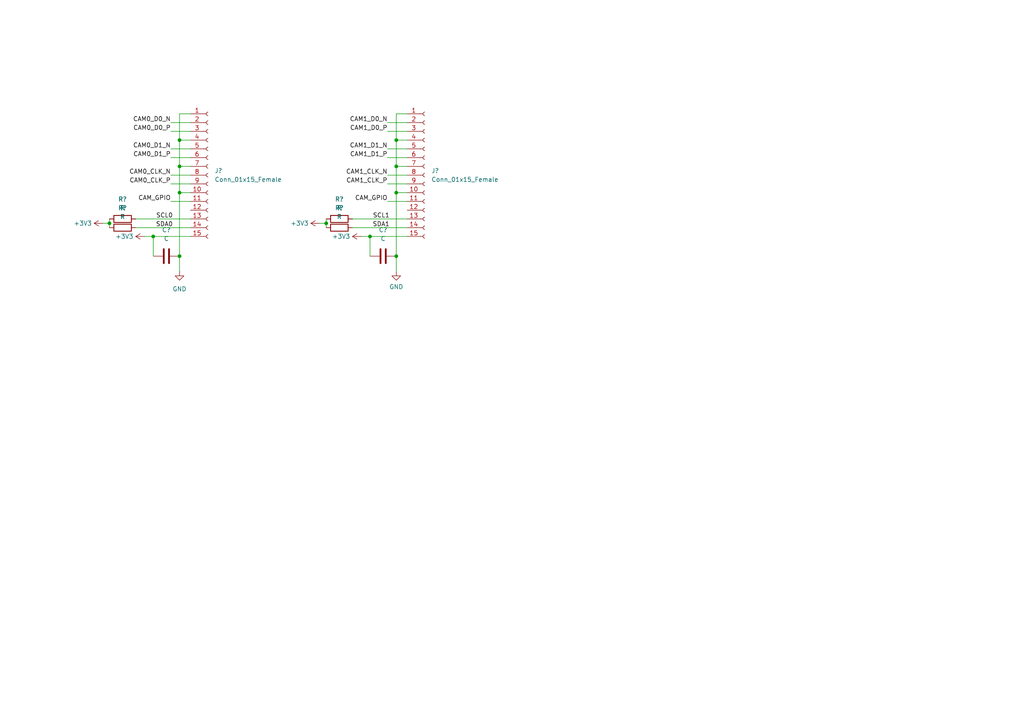
<source format=kicad_sch>
(kicad_sch (version 20211123) (generator eeschema)
  (paper "A4")
  (lib_symbols
    (symbol "Connector:Conn_01x15_Female" (pin_names (offset 1.016) hide)
      (property "Reference" "J" (at 0 20.32 0))
      (property "Value" "Conn_01x15_Female" (at 0 -20.32 0))
      (symbol "Conn_01x15_Female_1_1"
        (arc (start 0 -17.272) (mid -0.508 -17.78) (end 0 -18.288) (stroke (width 0.1524)))
        (arc (start 0 -14.732) (mid -0.508 -15.24) (end 0 -15.748) (stroke (width 0.1524)))
        (arc (start 0 -12.192) (mid -0.508 -12.7) (end 0 -13.208) (stroke (width 0.1524)))
        (arc (start 0 -9.652) (mid -0.508 -10.16) (end 0 -10.668) (stroke (width 0.1524)))
        (arc (start 0 -7.112) (mid -0.508 -7.62) (end 0 -8.128) (stroke (width 0.1524)))
        (arc (start 0 -4.572) (mid -0.508 -5.08) (end 0 -5.588) (stroke (width 0.1524)))
        (arc (start 0 -2.032) (mid -0.508 -2.54) (end 0 -3.048) (stroke (width 0.1524)))
        (polyline (pts (xy -1.27 -17.78) (xy -0.508 -17.78)) (stroke (width 0.1524)))
        (polyline (pts (xy -1.27 -15.24) (xy -0.508 -15.24)) (stroke (width 0.1524)))
        (polyline (pts (xy -1.27 -12.7) (xy -0.508 -12.7)) (stroke (width 0.1524)))
        (polyline (pts (xy -1.27 -10.16) (xy -0.508 -10.16)) (stroke (width 0.1524)))
        (polyline (pts (xy -1.27 -7.62) (xy -0.508 -7.62)) (stroke (width 0.1524)))
        (polyline (pts (xy -1.27 -5.08) (xy -0.508 -5.08)) (stroke (width 0.1524)))
        (polyline (pts (xy -1.27 -2.54) (xy -0.508 -2.54)) (stroke (width 0.1524)))
        (polyline (pts (xy -1.27 0) (xy -0.508 0)) (stroke (width 0.1524)))
        (polyline (pts (xy -1.27 2.54) (xy -0.508 2.54)) (stroke (width 0.1524)))
        (polyline (pts (xy -1.27 5.08) (xy -0.508 5.08)) (stroke (width 0.1524)))
        (polyline (pts (xy -1.27 7.62) (xy -0.508 7.62)) (stroke (width 0.1524)))
        (polyline (pts (xy -1.27 10.16) (xy -0.508 10.16)) (stroke (width 0.1524)))
        (polyline (pts (xy -1.27 12.7) (xy -0.508 12.7)) (stroke (width 0.1524)))
        (polyline (pts (xy -1.27 15.24) (xy -0.508 15.24)) (stroke (width 0.1524)))
        (polyline (pts (xy -1.27 17.78) (xy -0.508 17.78)) (stroke (width 0.1524)))
        (arc (start 0 0.508) (mid -0.508 0) (end 0 -0.508) (stroke (width 0.1524)))
        (arc (start 0 3.048) (mid -0.508 2.54) (end 0 2.032) (stroke (width 0.1524)))
        (arc (start 0 5.588) (mid -0.508 5.08) (end 0 4.572) (stroke (width 0.1524)))
        (arc (start 0 8.128) (mid -0.508 7.62) (end 0 7.112) (stroke (width 0.1524)))
        (arc (start 0 10.668) (mid -0.508 10.16) (end 0 9.652) (stroke (width 0.1524)))
        (arc (start 0 13.208) (mid -0.508 12.7) (end 0 12.192) (stroke (width 0.1524)))
        (arc (start 0 15.748) (mid -0.508 15.24) (end 0 14.732) (stroke (width 0.1524)))
        (arc (start 0 18.288) (mid -0.508 17.78) (end 0 17.272) (stroke (width 0.1524)))
        (pin passive line (at -5.08 17.78 0) (length 3.81) (name "Pin_1") (number "1"))
        (pin passive line (at -5.08 -5.08 0) (length 3.81) (name "Pin_10") (number "10"))
        (pin passive line (at -5.08 -7.62 0) (length 3.81) (name "Pin_11") (number "11"))
        (pin passive line (at -5.08 -10.16 0) (length 3.81) (name "Pin_12") (number "12"))
        (pin passive line (at -5.08 -12.7 0) (length 3.81) (name "Pin_13") (number "13"))
        (pin passive line (at -5.08 -15.24 0) (length 3.81) (name "Pin_14") (number "14"))
        (pin passive line (at -5.08 -17.78 0) (length 3.81) (name "Pin_15") (number "15"))
        (pin passive line (at -5.08 15.24 0) (length 3.81) (name "Pin_2") (number "2"))
        (pin passive line (at -5.08 12.7 0) (length 3.81) (name "Pin_3") (number "3"))
        (pin passive line (at -5.08 10.16 0) (length 3.81) (name "Pin_4") (number "4"))
        (pin passive line (at -5.08 7.62 0) (length 3.81) (name "Pin_5") (number "5"))
        (pin passive line (at -5.08 5.08 0) (length 3.81) (name "Pin_6") (number "6"))
        (pin passive line (at -5.08 2.54 0) (length 3.81) (name "Pin_7") (number "7"))
        (pin passive line (at -5.08 0 0) (length 3.81) (name "Pin_8") (number "8"))
        (pin passive line (at -5.08 -2.54 0) (length 3.81) (name "Pin_9") (number "9"))
      )
    )
    (symbol "Device:C" (pin_numbers hide) (pin_names (offset 0.254))
      (property "Reference" "C" (at 0.635 2.54 0))
      (property "Value" "C" (at 0.635 -2.54 0))
      (symbol "C_0_1"
        (polyline (pts (xy -2.032 -0.762) (xy 2.032 -0.762)) (stroke (width 0.508)))
        (polyline (pts (xy -2.032 0.762) (xy 2.032 0.762)) (stroke (width 0.508)))
      )
      (symbol "C_1_1"
        (pin passive line (at 0 3.81 270) (length 2.794) (name "~") (number "1"))
        (pin passive line (at 0 -3.81 90) (length 2.794) (name "~") (number "2"))
      )
    )
    (symbol "Device:R" (pin_numbers hide) (pin_names (offset 0))
      (property "Reference" "R" (at 2.032 0 90))
      (property "Value" "R" (at 0 0 90))
      (symbol "R_0_1"
        (rectangle (start -1.016 -2.54) (end 1.016 2.54) (stroke (width 0.254)))
      )
      (symbol "R_1_1"
        (pin passive line (at 0 3.81 270) (length 1.27) (name "~") (number "1"))
        (pin passive line (at 0 -3.81 90) (length 1.27) (name "~") (number "2"))
      )
    )
    (symbol "power:+3V3" (power) (pin_names (offset 0))
      (property "Value" "+3V3" (at 0 3.556 0))
      (symbol "+3V3_0_1"
        (polyline (pts (xy -0.762 1.27) (xy 0 2.54)))
        (polyline (pts (xy 0 0) (xy 0 2.54)))
        (polyline (pts (xy 0 2.54) (xy 0.762 1.27)))
      )
      (symbol "+3V3_1_1"
        (pin power_in line (at 0 0 90) (length 0) hide (name "+3V3") (number "1"))
      )
    )
    (symbol "power:GND" (power) (pin_names (offset 0))
      (property "Value" "GND" (at 0 -3.81 0))
      (symbol "GND_0_1"
        (polyline (pts (xy 0 0) (xy 0 -1.27) (xy 1.27 -1.27) (xy 0 -2.54) (xy -1.27 -1.27) (xy 0 -1.27)))
      )
      (symbol "GND_1_1"
        (pin power_in line (at 0 0 270) (length 0) hide (name "GND") (number "1"))
      )
    )
  )
  (junction (at 31.75 64.77))
  (junction (at 114.935 74.295))
  (junction (at 114.935 55.88))
  (junction (at 52.07 48.26))
  (junction (at 52.07 55.88))
  (junction (at 44.45 68.58))
  (junction (at 52.07 40.64))
  (junction (at 52.07 74.295))
  (junction (at 94.615 64.77))
  (junction (at 114.935 48.26))
  (junction (at 107.315 68.58))
  (junction (at 114.935 40.64))
  (wire (pts (xy 49.53 58.42) (xy 55.245 58.42)))
  (wire (pts (xy 52.07 55.88) (xy 52.07 74.295)))
  (wire (pts (xy 44.45 68.58) (xy 55.245 68.58)))
  (wire (pts (xy 114.935 40.64) (xy 118.11 40.64)))
  (wire (pts (xy 92.71 64.77) (xy 94.615 64.77)))
  (wire (pts (xy 94.615 63.5) (xy 94.615 64.77)))
  (wire (pts (xy 104.775 68.58) (xy 107.315 68.58)))
  (wire (pts (xy 112.395 58.42) (xy 118.11 58.42)))
  (wire (pts (xy 31.75 63.5) (xy 31.75 64.77)))
  (wire (pts (xy 52.07 74.295) (xy 52.07 78.74)))
  (wire (pts (xy 102.235 66.04) (xy 118.11 66.04)))
  (wire (pts (xy 49.53 50.8) (xy 55.245 50.8)))
  (wire (pts (xy 114.935 48.26) (xy 114.935 55.88)))
  (wire (pts (xy 29.845 64.77) (xy 31.75 64.77)))
  (wire (pts (xy 49.53 45.72) (xy 55.245 45.72)))
  (wire (pts (xy 52.07 40.64) (xy 52.07 48.26)))
  (wire (pts (xy 94.615 64.77) (xy 94.615 66.04)))
  (wire (pts (xy 102.235 63.5) (xy 118.11 63.5)))
  (wire (pts (xy 49.53 53.34) (xy 55.245 53.34)))
  (wire (pts (xy 112.395 38.1) (xy 118.11 38.1)))
  (wire (pts (xy 112.395 43.18) (xy 118.11 43.18)))
  (wire (pts (xy 114.935 48.26) (xy 118.11 48.26)))
  (wire (pts (xy 52.07 48.26) (xy 52.07 55.88)))
  (wire (pts (xy 114.935 40.64) (xy 114.935 48.26)))
  (wire (pts (xy 55.245 33.02) (xy 52.07 33.02)))
  (wire (pts (xy 114.935 74.295) (xy 114.935 78.74)))
  (wire (pts (xy 49.53 38.1) (xy 55.245 38.1)))
  (wire (pts (xy 114.935 55.88) (xy 114.935 74.295)))
  (wire (pts (xy 39.37 63.5) (xy 55.245 63.5)))
  (wire (pts (xy 41.91 68.58) (xy 44.45 68.58)))
  (wire (pts (xy 52.07 48.26) (xy 55.245 48.26)))
  (wire (pts (xy 114.935 55.88) (xy 118.11 55.88)))
  (wire (pts (xy 112.395 50.8) (xy 118.11 50.8)))
  (wire (pts (xy 31.75 64.77) (xy 31.75 66.04)))
  (wire (pts (xy 44.45 68.58) (xy 44.45 74.295)))
  (wire (pts (xy 107.315 68.58) (xy 118.11 68.58)))
  (wire (pts (xy 52.07 33.02) (xy 52.07 40.64)))
  (wire (pts (xy 49.53 43.18) (xy 55.245 43.18)))
  (wire (pts (xy 52.07 55.88) (xy 55.245 55.88)))
  (wire (pts (xy 112.395 45.72) (xy 118.11 45.72)))
  (wire (pts (xy 112.395 35.56) (xy 118.11 35.56)))
  (wire (pts (xy 118.11 33.02) (xy 114.935 33.02)))
  (wire (pts (xy 114.935 33.02) (xy 114.935 40.64)))
  (wire (pts (xy 49.53 35.56) (xy 55.245 35.56)))
  (wire (pts (xy 112.395 53.34) (xy 118.11 53.34)))
  (wire (pts (xy 107.315 68.58) (xy 107.315 74.295)))
  (wire (pts (xy 52.07 40.64) (xy 55.245 40.64)))
  (wire (pts (xy 39.37 66.04) (xy 55.245 66.04)))
  (label "CAM1_D1_N" (at 112.395 43.18 180))
  (label "CAM0_D0_P" (at 49.53 38.1 180))
  (label "CAM0_CLK_N" (at 49.53 50.8 180))
  (label "CAM0_D0_N" (at 49.53 35.56 180))
  (label "CAM1_CLK_N" (at 112.395 50.8 180))
  (label "CAM1_D0_P" (at 112.395 38.1 180))
  (label "CAM1_CLK_P" (at 112.395 53.34 180))
  (label "CAM0_CLK_P" (at 49.53 53.34 180))
  (label "CAM_GPIO" (at 112.395 58.42 180))
  (label "SDA1" (at 113.03 66.04 180))
  (label "CAM_GPIO" (at 49.53 58.42 180))
  (label "SCL0" (at 50.165 63.5 180))
  (label "SDA0" (at 50.165 66.04 180))
  (label "CAM1_D1_P" (at 112.395 45.72 180))
  (label "CAM0_D1_N" (at 49.53 43.18 180))
  (label "CAM1_D0_N" (at 112.395 35.56 180))
  (label "SCL1" (at 113.03 63.5 180))
  (label "CAM0_D1_P" (at 49.53 45.72 180))
  (symbol (lib_id "power:+3V3") (at 104.775 68.58 90) (unit 1)
    (property "Reference" "#PWR?" (effects hide))
    (property "Value" "+3V3" (at 101.6 68.5799 90) (effects (justify left)))
  )
  (symbol (lib_id "power:GND") (at 114.935 78.74 0) (unit 1)
    (property "Reference" "#PWR?" (effects hide))
    (property "Value" "GND" (at 114.935 83.185 0))
  )
  (symbol (lib_id "Device:R") (at 98.425 63.5 90) (unit 1)
    (property "Reference" "R?" (at 98.425 57.785 90))
    (property "Value" "R" (at 98.425 60.325 90))
  )
  (symbol (lib_id "Device:R") (at 35.56 66.04 90) (unit 1)
    (property "Reference" "R?" (at 35.56 60.325 90))
    (property "Value" "R" (at 35.56 62.865 90))
  )
  (symbol (lib_id "power:+3V3") (at 92.71 64.77 90) (unit 1)
    (property "Reference" "#PWR?" (effects hide))
    (property "Value" "+3V3" (at 89.535 64.7699 90) (effects (justify left)))
  )
  (symbol (lib_id "Connector:Conn_01x15_Female") (at 60.325 50.8 0) (unit 1)
    (property "Reference" "J?" (at 62.23 49.5299 0) (effects (justify left)))
    (property "Value" "Conn_01x15_Female" (at 62.23 52.0699 0) (effects (justify left)))
  )
  (symbol (lib_id "Connector:Conn_01x15_Female") (at 123.19 50.8 0) (unit 1)
    (property "Reference" "J?" (at 125.095 49.5299 0) (effects (justify left)))
    (property "Value" "Conn_01x15_Female" (at 125.095 52.0699 0) (effects (justify left)))
  )
  (symbol (lib_id "power:+3V3") (at 29.845 64.77 90) (unit 1)
    (property "Reference" "#PWR?" (effects hide))
    (property "Value" "+3V3" (at 26.67 64.7699 90) (effects (justify left)))
  )
  (symbol (lib_id "Device:R") (at 35.56 63.5 90) (unit 1)
    (property "Reference" "R?" (at 35.56 57.785 90))
    (property "Value" "R" (at 35.56 60.325 90))
  )
  (symbol (lib_id "Device:C") (at 48.26 74.295 90) (unit 1)
    (property "Reference" "C?" (at 48.26 66.675 90))
    (property "Value" "C" (at 48.26 69.215 90))
  )
  (symbol (lib_id "power:+3V3") (at 41.91 68.58 90) (unit 1)
    (property "Reference" "#PWR?" (effects hide))
    (property "Value" "+3V3" (at 38.735 68.5799 90) (effects (justify left)))
  )
  (symbol (lib_id "Device:R") (at 98.425 66.04 90) (unit 1)
    (property "Reference" "R?" (at 98.425 60.325 90))
    (property "Value" "R" (at 98.425 62.865 90))
  )
  (symbol (lib_id "power:GND") (at 52.07 78.74 0) (unit 1)
    (property "Reference" "#PWR?" (effects hide))
    (property "Value" "GND" (at 52.07 83.82 0))
  )
  (symbol (lib_id "Device:C") (at 111.125 74.295 90) (unit 1)
    (property "Reference" "C?" (at 111.125 66.675 90))
    (property "Value" "C" (at 111.125 69.215 90))
  )
)
</source>
